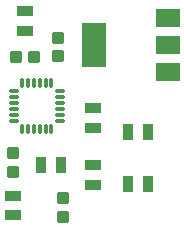
<source format=gtp>
G04 #@! TF.GenerationSoftware,KiCad,Pcbnew,7.0.1*
G04 #@! TF.CreationDate,2023-04-20T14:55:02+02:00*
G04 #@! TF.ProjectId,MPU,4d50552e-6b69-4636-9164-5f7063625858,version_01*
G04 #@! TF.SameCoordinates,Original*
G04 #@! TF.FileFunction,Paste,Top*
G04 #@! TF.FilePolarity,Positive*
%FSLAX46Y46*%
G04 Gerber Fmt 4.6, Leading zero omitted, Abs format (unit mm)*
G04 Created by KiCad (PCBNEW 7.0.1) date 2023-04-20 14:55:02*
%MOMM*%
%LPD*%
G01*
G04 APERTURE LIST*
G04 Aperture macros list*
%AMRoundRect*
0 Rectangle with rounded corners*
0 $1 Rounding radius*
0 $2 $3 $4 $5 $6 $7 $8 $9 X,Y pos of 4 corners*
0 Add a 4 corners polygon primitive as box body*
4,1,4,$2,$3,$4,$5,$6,$7,$8,$9,$2,$3,0*
0 Add four circle primitives for the rounded corners*
1,1,$1+$1,$2,$3*
1,1,$1+$1,$4,$5*
1,1,$1+$1,$6,$7*
1,1,$1+$1,$8,$9*
0 Add four rect primitives between the rounded corners*
20,1,$1+$1,$2,$3,$4,$5,0*
20,1,$1+$1,$4,$5,$6,$7,0*
20,1,$1+$1,$6,$7,$8,$9,0*
20,1,$1+$1,$8,$9,$2,$3,0*%
G04 Aperture macros list end*
%ADD10R,2.000000X1.500000*%
%ADD11R,2.000000X3.800000*%
%ADD12RoundRect,0.094000X-0.416000X0.376000X-0.416000X-0.376000X0.416000X-0.376000X0.416000X0.376000X0*%
%ADD13R,1.470000X0.970000*%
%ADD14R,0.970000X1.470000*%
%ADD15RoundRect,0.094000X0.376000X0.416000X-0.376000X0.416000X-0.376000X-0.416000X0.376000X-0.416000X0*%
%ADD16RoundRect,0.075000X-0.350000X-0.075000X0.350000X-0.075000X0.350000X0.075000X-0.350000X0.075000X0*%
%ADD17RoundRect,0.075000X0.075000X-0.350000X0.075000X0.350000X-0.075000X0.350000X-0.075000X-0.350000X0*%
G04 APERTURE END LIST*
D10*
X90750000Y-53100000D03*
D11*
X84450000Y-55400000D03*
D10*
X90750000Y-55400000D03*
X90750000Y-57700000D03*
D12*
X77600000Y-64600000D03*
X77600000Y-66180000D03*
D13*
X78600000Y-52570000D03*
X78600000Y-54230000D03*
D12*
X81800000Y-69990000D03*
X81800000Y-68410000D03*
D14*
X87370000Y-67200000D03*
X89030000Y-67200000D03*
D13*
X84400000Y-65600000D03*
X84400000Y-67260000D03*
D12*
X81400000Y-54800000D03*
X81400000Y-56380000D03*
D14*
X79970000Y-65600000D03*
X81630000Y-65600000D03*
D15*
X79390000Y-56400000D03*
X77810000Y-56400000D03*
D13*
X77600000Y-68200000D03*
X77600000Y-69860000D03*
D16*
X77650000Y-59350000D03*
X77650000Y-59850000D03*
X77650000Y-60350000D03*
X77650000Y-60850000D03*
X77650000Y-61350000D03*
X77650000Y-61850000D03*
D17*
X78350000Y-62550000D03*
X78850000Y-62550000D03*
X79350000Y-62550000D03*
X79850000Y-62550000D03*
X80350000Y-62550000D03*
X80850000Y-62550000D03*
D16*
X81550000Y-61850000D03*
X81550000Y-61350000D03*
X81550000Y-60850000D03*
X81550000Y-60350000D03*
X81550000Y-59850000D03*
X81550000Y-59350000D03*
D17*
X80850000Y-58650000D03*
X80350000Y-58650000D03*
X79850000Y-58650000D03*
X79350000Y-58650000D03*
X78850000Y-58650000D03*
X78350000Y-58650000D03*
D14*
X87370000Y-62800000D03*
X89030000Y-62800000D03*
D13*
X84400000Y-60770000D03*
X84400000Y-62430000D03*
M02*

</source>
